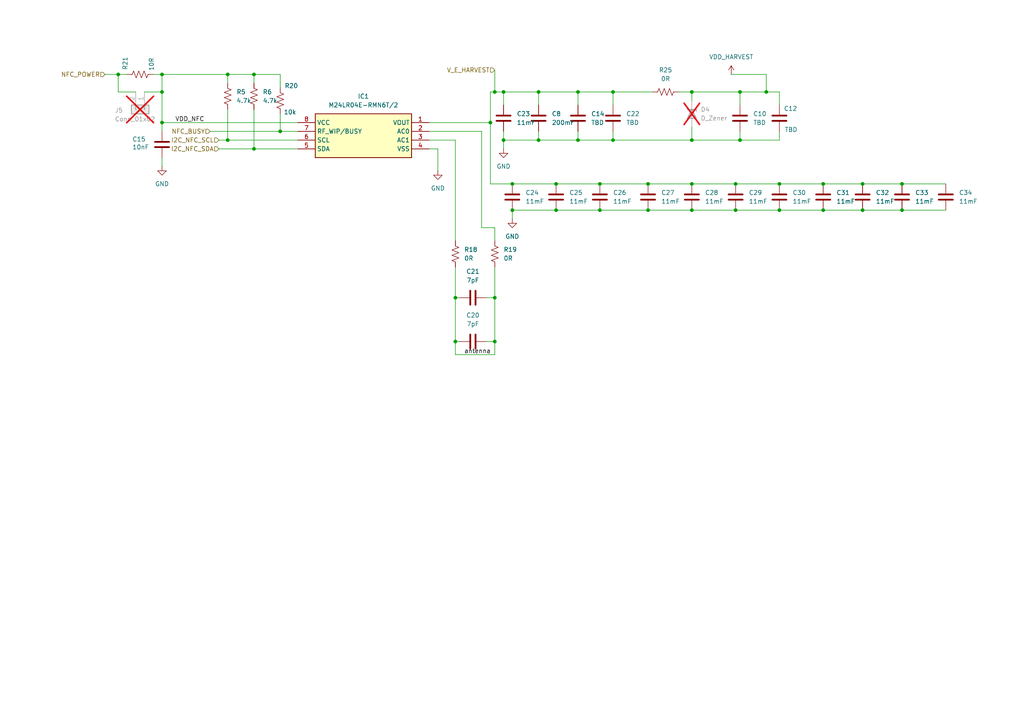
<source format=kicad_sch>
(kicad_sch (version 20231120) (generator "eeschema") (generator_version "8.0")
  (paper "A4")
  (lib_symbols
    (symbol "C_1" (pin_numbers hide) (pin_names (offset 0.254))
      (property "Reference" "C" (at 0.635 2.54 0))
      (property "Value" "C" (at 0.635 -2.54 0))
      (symbol "C_1_0_1"
        (polyline (pts (xy -2.032 -0.762) (xy 2.032 -0.762)) (stroke (width 0.508)))
        (polyline (pts (xy -2.032 0.762) (xy 2.032 0.762)) (stroke (width 0.508)))
      )
      (symbol "C_1_1_1"
        (pin passive line (at 0 3.81 270) (length 2.794) (name "~") (number "1"))
        (pin passive line (at 0 -3.81 90) (length 2.794) (name "~") (number "2"))
      )
    )
    (symbol "Connector_Generic:Conn_01x02" (pin_names (offset 1.016) hide)
      (property "Reference" "J" (at 0 2.54 0))
      (property "Value" "Conn_01x02" (at 0 -5.08 0))
      (symbol "Conn_01x02_1_1"
        (rectangle (start -1.27 -2.413) (end 0 -2.667) (stroke (width 0.1524)))
        (rectangle (start -1.27 0.127) (end 0 -0.127) (stroke (width 0.1524)))
        (rectangle (start -1.27 1.27) (end 1.27 -3.81) (stroke (width 0.254)) (fill (type background)))
        (pin passive line (at -5.08 0 0) (length 3.81) (name "Pin_1") (number "1"))
        (pin passive line (at -5.08 -2.54 0) (length 3.81) (name "Pin_2") (number "2"))
      )
    )
    (symbol "Device:C" (pin_numbers hide) (pin_names (offset 0.254))
      (property "Reference" "C" (at 0.635 2.54 0))
      (property "Value" "C" (at 0.635 -2.54 0))
      (symbol "C_0_1"
        (polyline (pts (xy -2.032 -0.762) (xy 2.032 -0.762)) (stroke (width 0.508)))
        (polyline (pts (xy -2.032 0.762) (xy 2.032 0.762)) (stroke (width 0.508)))
      )
      (symbol "C_1_1"
        (pin passive line (at 0 3.81 270) (length 2.794) (name "~") (number "1"))
        (pin passive line (at 0 -3.81 90) (length 2.794) (name "~") (number "2"))
      )
    )
    (symbol "Device:D_Zener" (pin_numbers hide) (pin_names (offset 1.016) hide)
      (property "Reference" "D" (at 0 2.54 0))
      (property "Value" "D_Zener" (at 0 -2.54 0))
      (symbol "D_Zener_0_1"
        (polyline (pts (xy 1.27 0) (xy -1.27 0)))
        (polyline (pts (xy -1.27 -1.27) (xy -1.27 1.27) (xy -0.762 1.27)) (stroke (width 0.254)))
        (polyline (pts (xy 1.27 -1.27) (xy 1.27 1.27) (xy -1.27 0) (xy 1.27 -1.27)) (stroke (width 0.254)))
      )
      (symbol "D_Zener_1_1"
        (pin passive line (at -3.81 0 0) (length 2.54) (name "K") (number "1"))
        (pin passive line (at 3.81 0 180) (length 2.54) (name "A") (number "2"))
      )
    )
    (symbol "Device:R_US" (pin_numbers hide) (pin_names (offset 0))
      (property "Reference" "R" (at 2.54 0 90))
      (property "Value" "R_US" (at -2.54 0 90))
      (symbol "R_US_0_1"
        (polyline (pts (xy 0 -2.286) (xy 0 -2.54)))
        (polyline (pts (xy 0 2.286) (xy 0 2.54)))
        (polyline (pts (xy 0 -0.762) (xy 1.016 -1.143) (xy 0 -1.524) (xy -1.016 -1.905) (xy 0 -2.286)))
        (polyline (pts (xy 0 0.762) (xy 1.016 0.381) (xy 0 0) (xy -1.016 -0.381) (xy 0 -0.762)))
        (polyline (pts (xy 0 2.286) (xy 1.016 1.905) (xy 0 1.524) (xy -1.016 1.143) (xy 0 0.762)))
      )
      (symbol "R_US_1_1"
        (pin passive line (at 0 3.81 270) (length 1.27) (name "~") (number "1"))
        (pin passive line (at 0 -3.81 90) (length 1.27) (name "~") (number "2"))
      )
    )
    (symbol "SamacSys_Parts:M24LR04E-RDW6T_2"
      (property "Reference" "IC" (at 34.29 7.62 0))
      (property "Value" "M24LR04E-RDW6T_2" (at 34.29 5.08 0))
      (symbol "M24LR04E-RDW6T_2_1_1"
        (rectangle (start 5.08 2.54) (end 33.02 -10.16) (stroke (width 0.254)) (fill (type background)))
        (pin output line (at 0 0 0) (length 5.08) (name "VOUT") (number "1"))
        (pin passive line (at 0 -2.54 0) (length 5.08) (name "AC0") (number "2"))
        (pin passive line (at 0 -5.08 0) (length 5.08) (name "AC1") (number "3"))
        (pin power_in line (at 0 -7.62 0) (length 5.08) (name "VSS") (number "4"))
        (pin passive line (at 38.1 -7.62 180) (length 5.08) (name "SDA") (number "5"))
        (pin passive line (at 38.1 -5.08 180) (length 5.08) (name "SCL") (number "6"))
        (pin passive line (at 38.1 -2.54 180) (length 5.08) (name "RF_WIP/BUSY") (number "7"))
        (pin power_in line (at 38.1 0 180) (length 5.08) (name "VCC") (number "8"))
      )
    )
    (symbol "power:GND" (power) (pin_numbers hide) (pin_names (offset 0) hide)
      (property "Value" "GND" (at 0 -3.81 0))
      (symbol "GND_0_1"
        (polyline (pts (xy 0 0) (xy 0 -1.27) (xy 1.27 -1.27) (xy 0 -2.54) (xy -1.27 -1.27) (xy 0 -1.27)))
      )
      (symbol "GND_1_1"
        (pin power_in line (at 0 0 270) (length 0) (name "~") (number "1"))
      )
    )
    (symbol "power:VCC" (power) (pin_numbers hide) (pin_names (offset 0) hide)
      (property "Value" "VCC" (at 0 3.556 0))
      (symbol "VCC_0_1"
        (polyline (pts (xy -0.762 1.27) (xy 0 2.54)))
        (polyline (pts (xy 0 0) (xy 0 2.54)))
        (polyline (pts (xy 0 2.54) (xy 0.762 1.27)))
      )
      (symbol "VCC_1_1"
        (pin power_in line (at 0 0 90) (length 0) (name "~") (number "1"))
      )
    )
  )
  (junction (at 66.04 21.59))
  (junction (at 132.08 86.36))
  (junction (at 161.29 60.96))
  (junction (at 143.51 26.67))
  (junction (at 156.21 26.67))
  (junction (at 226.06 60.96))
  (junction (at 200.66 26.67))
  (junction (at 238.76 53.34))
  (junction (at 46.99 21.59))
  (junction (at 73.66 21.59))
  (junction (at 73.66 43.18))
  (junction (at 213.36 60.96))
  (junction (at 148.59 60.96))
  (junction (at 187.96 60.96))
  (junction (at 34.29 21.59))
  (junction (at 214.63 26.67))
  (junction (at 173.99 53.34))
  (junction (at 148.59 53.34))
  (junction (at 143.51 86.36))
  (junction (at 132.08 99.06))
  (junction (at 250.19 60.96))
  (junction (at 177.8 40.64))
  (junction (at 161.29 53.34))
  (junction (at 187.96 53.34))
  (junction (at 142.24 35.56))
  (junction (at 46.99 26.67))
  (junction (at 177.8 26.67))
  (junction (at 46.99 35.56))
  (junction (at 200.66 53.34))
  (junction (at 146.05 26.67))
  (junction (at 213.36 53.34))
  (junction (at 238.76 60.96))
  (junction (at 250.19 53.34))
  (junction (at 261.62 60.96))
  (junction (at 146.05 40.64))
  (junction (at 143.51 99.06))
  (junction (at 222.25 26.67))
  (junction (at 167.64 26.67))
  (junction (at 167.64 40.64))
  (junction (at 81.28 38.1))
  (junction (at 261.62 53.34))
  (junction (at 156.21 40.64))
  (junction (at 226.06 53.34))
  (junction (at 66.04 40.64))
  (junction (at 214.63 40.64))
  (junction (at 173.99 60.96))
  (junction (at 200.66 40.64))
  (junction (at 200.66 60.96))
  (wire (pts (xy 132.08 99.06) (xy 133.35 99.06)))
  (wire (pts (xy 146.05 26.67) (xy 156.21 26.67)))
  (wire (pts (xy 177.8 40.64) (xy 200.66 40.64)))
  (wire (pts (xy 250.19 53.34) (xy 261.62 53.34)))
  (wire (pts (xy 46.99 35.56) (xy 46.99 38.1)))
  (wire (pts (xy 124.46 40.64) (xy 132.08 40.64)))
  (wire (pts (xy 214.63 38.1) (xy 214.63 40.64)))
  (wire (pts (xy 73.66 21.59) (xy 73.66 24.13)))
  (wire (pts (xy 46.99 26.67) (xy 46.99 35.56)))
  (wire (pts (xy 214.63 30.48) (xy 214.63 26.67)))
  (wire (pts (xy 132.08 77.47) (xy 132.08 86.36)))
  (wire (pts (xy 226.06 30.48) (xy 226.06 26.67)))
  (wire (pts (xy 142.24 35.56) (xy 142.24 53.34)))
  (wire (pts (xy 132.08 102.87) (xy 143.51 102.87)))
  (wire (pts (xy 139.7 38.1) (xy 139.7 66.04)))
  (wire (pts (xy 66.04 21.59) (xy 46.99 21.59)))
  (wire (pts (xy 148.59 60.96) (xy 161.29 60.96)))
  (wire (pts (xy 140.97 86.36) (xy 143.51 86.36)))
  (wire (pts (xy 34.29 26.67) (xy 34.29 21.59)))
  (wire (pts (xy 214.63 26.67) (xy 222.25 26.67)))
  (wire (pts (xy 200.66 36.83) (xy 200.66 40.64)))
  (wire (pts (xy 66.04 40.64) (xy 86.36 40.64)))
  (wire (pts (xy 146.05 40.64) (xy 146.05 43.18)))
  (wire (pts (xy 238.76 60.96) (xy 250.19 60.96)))
  (wire (pts (xy 143.51 102.87) (xy 143.51 99.06)))
  (wire (pts (xy 81.28 38.1) (xy 86.36 38.1)))
  (wire (pts (xy 156.21 40.64) (xy 167.64 40.64)))
  (wire (pts (xy 139.7 66.04) (xy 143.51 66.04)))
  (wire (pts (xy 161.29 60.96) (xy 173.99 60.96)))
  (wire (pts (xy 213.36 53.34) (xy 226.06 53.34)))
  (wire (pts (xy 143.51 20.32) (xy 143.51 26.67)))
  (wire (pts (xy 66.04 21.59) (xy 73.66 21.59)))
  (wire (pts (xy 81.28 21.59) (xy 81.28 25.4)))
  (wire (pts (xy 143.51 26.67) (xy 146.05 26.67)))
  (wire (pts (xy 46.99 21.59) (xy 46.99 26.67)))
  (wire (pts (xy 173.99 53.34) (xy 187.96 53.34)))
  (wire (pts (xy 200.66 26.67) (xy 200.66 29.21)))
  (wire (pts (xy 167.64 26.67) (xy 177.8 26.67)))
  (wire (pts (xy 46.99 45.72) (xy 46.99 48.26)))
  (wire (pts (xy 177.8 26.67) (xy 177.8 30.48)))
  (wire (pts (xy 132.08 86.36) (xy 132.08 99.06)))
  (wire (pts (xy 187.96 53.34) (xy 200.66 53.34)))
  (wire (pts (xy 46.99 35.56) (xy 86.36 35.56)))
  (wire (pts (xy 200.66 26.67) (xy 214.63 26.67)))
  (wire (pts (xy 127 43.18) (xy 124.46 43.18)))
  (wire (pts (xy 142.24 35.56) (xy 124.46 35.56)))
  (wire (pts (xy 173.99 60.96) (xy 187.96 60.96)))
  (wire (pts (xy 41.91 26.67) (xy 46.99 26.67)))
  (wire (pts (xy 73.66 31.75) (xy 73.66 43.18)))
  (wire (pts (xy 196.85 26.67) (xy 200.66 26.67)))
  (wire (pts (xy 132.08 86.36) (xy 133.35 86.36)))
  (wire (pts (xy 200.66 60.96) (xy 213.36 60.96)))
  (wire (pts (xy 161.29 53.34) (xy 173.99 53.34)))
  (wire (pts (xy 177.8 38.1) (xy 177.8 40.64)))
  (wire (pts (xy 34.29 21.59) (xy 36.83 21.59)))
  (wire (pts (xy 177.8 26.67) (xy 189.23 26.67)))
  (wire (pts (xy 140.97 99.06) (xy 143.51 99.06)))
  (wire (pts (xy 226.06 53.34) (xy 238.76 53.34)))
  (wire (pts (xy 213.36 60.96) (xy 226.06 60.96)))
  (wire (pts (xy 66.04 31.75) (xy 66.04 40.64)))
  (wire (pts (xy 222.25 26.67) (xy 226.06 26.67)))
  (wire (pts (xy 226.06 60.96) (xy 238.76 60.96)))
  (wire (pts (xy 222.25 21.59) (xy 222.25 26.67)))
  (wire (pts (xy 146.05 38.1) (xy 146.05 40.64)))
  (wire (pts (xy 124.46 38.1) (xy 139.7 38.1)))
  (wire (pts (xy 63.5 40.64) (xy 66.04 40.64)))
  (wire (pts (xy 222.25 21.59) (xy 212.09 21.59)))
  (wire (pts (xy 214.63 40.64) (xy 226.06 40.64)))
  (wire (pts (xy 30.48 21.59) (xy 34.29 21.59)))
  (wire (pts (xy 132.08 99.06) (xy 132.08 102.87)))
  (wire (pts (xy 146.05 26.67) (xy 146.05 30.48)))
  (wire (pts (xy 142.24 26.67) (xy 143.51 26.67)))
  (wire (pts (xy 167.64 38.1) (xy 167.64 40.64)))
  (wire (pts (xy 250.19 60.96) (xy 261.62 60.96)))
  (wire (pts (xy 226.06 40.64) (xy 226.06 38.1)))
  (wire (pts (xy 143.51 77.47) (xy 143.51 86.36)))
  (wire (pts (xy 238.76 53.34) (xy 250.19 53.34)))
  (wire (pts (xy 187.96 60.96) (xy 200.66 60.96)))
  (wire (pts (xy 148.59 60.96) (xy 148.59 63.5)))
  (wire (pts (xy 127 49.53) (xy 127 43.18)))
  (wire (pts (xy 66.04 21.59) (xy 66.04 24.13)))
  (wire (pts (xy 167.64 40.64) (xy 177.8 40.64)))
  (wire (pts (xy 200.66 40.64) (xy 214.63 40.64)))
  (wire (pts (xy 261.62 53.34) (xy 274.32 53.34)))
  (wire (pts (xy 60.96 38.1) (xy 81.28 38.1)))
  (wire (pts (xy 167.64 30.48) (xy 167.64 26.67)))
  (wire (pts (xy 81.28 33.02) (xy 81.28 38.1)))
  (wire (pts (xy 148.59 53.34) (xy 161.29 53.34)))
  (wire (pts (xy 132.08 40.64) (xy 132.08 69.85)))
  (wire (pts (xy 142.24 53.34) (xy 148.59 53.34)))
  (wire (pts (xy 81.28 21.59) (xy 73.66 21.59)))
  (wire (pts (xy 143.51 99.06) (xy 143.51 86.36)))
  (wire (pts (xy 142.24 26.67) (xy 142.24 35.56)))
  (wire (pts (xy 156.21 26.67) (xy 156.21 30.48)))
  (wire (pts (xy 73.66 43.18) (xy 86.36 43.18)))
  (wire (pts (xy 44.45 21.59) (xy 46.99 21.59)))
  (wire (pts (xy 39.37 26.67) (xy 34.29 26.67)))
  (wire (pts (xy 156.21 38.1) (xy 156.21 40.64)))
  (wire (pts (xy 156.21 26.67) (xy 167.64 26.67)))
  (wire (pts (xy 63.5 43.18) (xy 73.66 43.18)))
  (wire (pts (xy 146.05 40.64) (xy 156.21 40.64)))
  (wire (pts (xy 200.66 53.34) (xy 213.36 53.34)))
  (wire (pts (xy 143.51 66.04) (xy 143.51 69.85)))
  (wire (pts (xy 261.62 60.96) (xy 274.32 60.96)))
  (label "antenna" (at 134.62 102.87 0))
  (label "VDD_NFC" (at 50.8 35.56 0))
  (hierarchical_label "V_E_HARVEST" (shape input) (at 143.51 20.32 180))
  (hierarchical_label "NFC_POWER" (shape input) (at 30.48 21.59 180))
  (hierarchical_label "I2C_NFC_SDA" (shape input) (at 63.5 43.18 180))
  (hierarchical_label "NFC_BUSY" (shape input) (at 60.96 38.1 180))
  (hierarchical_label "I2C_NFC_SCL" (shape input) (at 63.5 40.64 180))
  (symbol (lib_id "Device:C") (at 213.36 57.15 0) (unit 1)
    (property "Reference" "C29" (at 217.17 55.8799 0) (effects (justify left)))
    (property "Value" "11mF" (at 217.17 58.4199 0) (effects (justify left)))
    (property "Footprint" "SamacSys_Parts:CPH3225A" (effects (hide yes)))
    (property "Description" "Unpolarized capacitor" (effects (hide yes)))
    (property "Digikey Part Number" "CPH3225A" (effects (hide yes)))
  )
  (symbol (lib_id "Device:C") (at 173.99 57.15 0) (unit 1)
    (property "Reference" "C26" (at 177.8 55.8799 0) (effects (justify left)))
    (property "Value" "11mF" (at 177.8 58.4199 0) (effects (justify left)))
    (property "Footprint" "SamacSys_Parts:CPH3225A" (effects (hide yes)))
    (property "Description" "Unpolarized capacitor" (effects (hide yes)))
    (property "Digikey Part Number" "CPH3225A" (effects (hide yes)))
  )
  (symbol (lib_id "Device:C") (at 226.06 34.29 0) (unit 1)
    (property "Reference" "C12" (at 227.33 31.496 0) (effects (justify left)))
    (property "Value" "TBD" (at 227.584 37.592 0) (effects (justify left)))
    (property "Footprint" "Capacitor_SMD:C_0603_1608Metric_Pad1.08x0.95mm_HandSolder" (effects (hide yes)))
    (property "Description" "Unpolarized capacitor" (effects (hide yes)))
  )
  (symbol (lib_id "Device:C") (at 46.99 41.91 0) (unit 1)
    (property "Reference" "C15" (at 38.354 40.386 0) (effects (justify left)))
    (property "Value" "10nF" (at 38.354 42.672 0) (effects (justify left)))
    (property "Footprint" "Capacitor_SMD:C_0603_1608Metric_Pad1.08x0.95mm_HandSolder" (effects (hide yes)))
    (property "Description" "Unpolarized capacitor" (effects (hide yes)))
    (property "MANUFACTURER PART NUMBER" "C0603C102K5RACTU" (effects (hide yes)))
    (property "Digikey Part Number" "399-C0603C102K5RACTUTR-ND" (effects (hide yes)))
  )
  (symbol (lib_name "C_1") (lib_id "Device:C") (at 177.8 34.29 0) (unit 1)
    (property "Reference" "C22" (at 181.61 33.0199 0) (effects (justify left)))
    (property "Value" "TBD" (at 181.61 35.5599 0) (effects (justify left)))
    (property "Footprint" "parts-lib:C_2917" (effects (hide yes)))
    (property "Description" "Unpolarized capacitor" (effects (hide yes)))
  )
  (symbol (lib_id "Device:C") (at 250.19 57.15 0) (unit 1)
    (property "Reference" "C32" (at 254 55.8799 0) (effects (justify left)))
    (property "Value" "11mF" (at 254 58.4199 0) (effects (justify left)))
    (property "Footprint" "SamacSys_Parts:CPH3225A" (effects (hide yes)))
    (property "Description" "Unpolarized capacitor" (effects (hide yes)))
    (property "Digikey Part Number" "CPH3225A" (effects (hide yes)))
  )
  (symbol (lib_id "Device:R_US") (at 66.04 27.94 0) (unit 1)
    (property "Reference" "R5" (at 68.58 26.6699 0) (effects (justify left)))
    (property "Value" "4.7k" (at 68.58 29.2099 0) (effects (justify left)))
    (property "Footprint" "Resistor_SMD:R_0603_1608Metric_Pad0.98x0.95mm_HandSolder" (effects (hide yes)))
    (property "Description" "Resistor, US symbol" (effects (hide yes)))
    (property "Part Number" "ERJ-3EKF4701V" (effects (hide yes)))
    (property "MANUFACTURER PART NUMBER" "ERJ-3EKF4701V" (effects (hide yes)))
  )
  (symbol (lib_id "Device:R_US") (at 193.04 26.67 90) (unit 1)
    (property "Reference" "R25" (at 193.04 20.32 90))
    (property "Value" "0R" (at 193.04 22.86 90))
    (property "Footprint" "Resistor_SMD:R_0603_1608Metric_Pad0.98x0.95mm_HandSolder" (effects (hide yes)))
    (property "Datasheet" "https://www.vishay.com/docs/20035/dcrcwe3.pdf" (effects (hide yes)))
    (property "Description" "Resistor, US symbol" (effects (hide yes)))
    (property "MANUFACTURER PART NUMBER" "CRCW0603590RFKEA" (effects (hide yes)))
    (property "Digikey Part Number" "541-590HTR-ND" (effects (hide yes)))
  )
  (symbol (lib_name "C_1") (lib_id "Device:C") (at 137.16 86.36 90) (unit 1)
    (property "Reference" "C21" (at 137.16 78.74 90))
    (property "Value" "7pF" (at 137.16 81.28 90))
    (property "Footprint" "Capacitor_SMD:C_0603_1608Metric_Pad1.08x0.95mm_HandSolder" (effects (hide yes)))
    (property "Description" "Unpolarized capacitor" (effects (hide yes)))
    (property "MANUFACTURER PART NUMBER" "GRM0335C1E7R0CA01D" (effects (hide yes)))
    (property "Digikey Part Number" "490-13324-2-ND" (effects (hide yes)))
  )
  (symbol (lib_id "Device:C") (at 161.29 57.15 0) (unit 1)
    (property "Reference" "C25" (at 165.1 55.8799 0) (effects (justify left)))
    (property "Value" "11mF" (at 165.1 58.4199 0) (effects (justify left)))
    (property "Footprint" "SamacSys_Parts:CPH3225A" (effects (hide yes)))
    (property "Description" "Unpolarized capacitor" (effects (hide yes)))
    (property "Digikey Part Number" "CPH3225A" (effects (hide yes)))
  )
  (symbol (lib_id "Device:R_US") (at 132.08 73.66 180) (unit 1)
    (property "Reference" "R18" (at 134.62 72.3899 0) (effects (justify right)))
    (property "Value" "0R" (at 134.62 74.9299 0) (effects (justify right)))
    (property "Footprint" "Resistor_SMD:R_0603_1608Metric_Pad0.98x0.95mm_HandSolder" (effects (hide yes)))
    (property "Datasheet" "https://www.vishay.com/docs/20035/dcrcwe3.pdf" (effects (hide yes)))
    (property "Description" "Resistor, US symbol" (effects (hide yes)))
    (property "MANUFACTURER PART NUMBER" "CRCW0603590RFKEA" (effects (hide yes)))
    (property "Digikey Part Number" "541-590HTR-ND" (effects (hide yes)))
  )
  (symbol (lib_id "Device:R_US") (at 40.64 21.59 90) (unit 1)
    (property "Reference" "R21" (at 36.322 20.32 0) (effects (justify left)))
    (property "Value" "10R" (at 43.942 20.574 0) (effects (justify left)))
    (property "Footprint" "Resistor_SMD:R_0603_1608Metric_Pad0.98x0.95mm_HandSolder" (effects (hide yes)))
    (property "Datasheet" "https://www.niccomp.com/quickbuilder/qbpn.php?pNumber=NRC06J100TRF" (effects (hide yes)))
    (property "Description" "Resistor, US symbol" (effects (hide yes)))
    (property "MANUFACTURER PART NUMBER" "NRC06J100TRF" (effects (hide yes)))
  )
  (symbol (lib_id "Device:C") (at 261.62 57.15 0) (unit 1)
    (property "Reference" "C33" (at 265.43 55.8799 0) (effects (justify left)))
    (property "Value" "11mF" (at 265.43 58.4199 0) (effects (justify left)))
    (property "Footprint" "SamacSys_Parts:CPH3225A" (effects (hide yes)))
    (property "Description" "Unpolarized capacitor" (effects (hide yes)))
    (property "Digikey Part Number" "CPH3225A" (effects (hide yes)))
  )
  (symbol (lib_id "SamacSys_Parts:M24LR04E-RDW6T_2") (at 124.46 35.56 0) (mirror y) (unit 1)
    (property "Reference" "IC1" (at 105.41 27.94 0))
    (property "Value" "M24LR04E-RMN6T/2" (at 105.41 30.48 0))
    (property "Footprint" "Package_SO:SO-8_3.9x4.9mm_P1.27mm" (effects (hide yes)))
    (property "Datasheet" "http://www.st.com/web/en/resource/technical/document/datasheet/DM00038059.pdf" (effects (hide yes)))
    (property "Height" "1.2" (effects (hide yes)))
    (property "Mouser Part Number" "511-M24LR04E-RDW6T/2" (effects (hide yes)))
    (property "Mouser Price/Stock" "https://www.mouser.co.uk/ProductDetail/STMicroelectronics/M24LR04E-RDW6T-2?qs=pqHpkKcI5TT6ckyo%2FD02Hg%3D%3D" (effects (hide yes)))
    (property "Manufacturer_Name" "STMicroelectronics" (effects (hide yes)))
    (property "Manufacturer_Part_Number" "M24LR04E-RDW6T/2" (effects (hide yes)))
    (property "MANUFACTURER PART NUMBER" "M24LR04E-RDW6T/2" (effects (hide yes)))
    (property "Digikey Part Number" "497-12879-2-ND" (effects (hide yes)))
  )
  (symbol (lib_id "Device:C") (at 148.59 57.15 0) (unit 1)
    (property "Reference" "C24" (at 152.4 55.8799 0) (effects (justify left)))
    (property "Value" "11mF" (at 152.4 58.4199 0) (effects (justify left)))
    (property "Footprint" "SamacSys_Parts:CPH3225A" (effects (hide yes)))
    (property "Description" "Unpolarized capacitor" (effects (hide yes)))
    (property "Digikey Part Number" "CPH3225A" (effects (hide yes)))
  )
  (symbol (lib_id "power:GND") (at 148.59 63.5 0) (unit 1)
    (property "Reference" "#PWR011" (effects (hide yes)))
    (property "Value" "GND" (at 148.59 68.58 0))
    (property "Description" "Power symbol creates a global label with name \"GND\" , ground" (effects (hide yes)))
  )
  (symbol (lib_name "C_1") (lib_id "Device:C") (at 167.64 34.29 0) (unit 1)
    (property "Reference" "C14" (at 171.45 33.0199 0) (effects (justify left)))
    (property "Value" "TBD" (at 171.45 35.5599 0) (effects (justify left)))
    (property "Footprint" "parts-lib:C_2917" (effects (hide yes)))
    (property "Description" "Unpolarized capacitor" (effects (hide yes)))
  )
  (symbol (lib_id "power:GND") (at 46.99 48.26 0) (unit 1)
    (property "Reference" "#PWR019" (effects (hide yes)))
    (property "Value" "GND" (at 46.99 53.34 0))
    (property "Description" "Power symbol creates a global label with name \"GND\" , ground" (effects (hide yes)))
  )
  (symbol (lib_id "Connector_Generic:Conn_01x02") (at 41.91 31.75 270) (unit 1) (dnp yes)
    (property "Reference" "J5" (at 33.274 32.004 90) (effects (justify left)))
    (property "Value" "Conn_01x02" (at 33.274 34.544 90) (effects (justify left)))
    (property "Footprint" "Connector_PinHeader_2.54mm:PinHeader_1x02_P2.54mm_Vertical" (effects (hide yes)))
    (property "Description" "Generic connector, single row, 01x02, script generated (kicad-library-utils/schlib/autogen/connector/)" (effects (hide yes)))
  )
  (symbol (lib_id "Device:C") (at 156.21 34.29 0) (unit 1)
    (property "Reference" "C8" (at 160.02 33.0199 0) (effects (justify left)))
    (property "Value" "200mF" (at 160.02 35.5599 0) (effects (justify left)))
    (property "Footprint" "SamacSys_Parts:RSCSK2043R3D01004T" (effects (hide yes)))
    (property "Description" "Unpolarized capacitor" (effects (hide yes)))
    (property "Digikey Part Number" "SCSK2043R3D01004T" (effects (hide yes)))
  )
  (symbol (lib_id "power:GND") (at 127 49.53 0) (unit 1)
    (property "Reference" "#PWR06" (effects (hide yes)))
    (property "Value" "GND" (at 127 54.61 0))
    (property "Description" "Power symbol creates a global label with name \"GND\" , ground" (effects (hide yes)))
  )
  (symbol (lib_id "Device:C") (at 226.06 57.15 0) (unit 1)
    (property "Reference" "C30" (at 229.87 55.8799 0) (effects (justify left)))
    (property "Value" "11mF" (at 229.87 58.4199 0) (effects (justify left)))
    (property "Footprint" "SamacSys_Parts:CPH3225A" (effects (hide yes)))
    (property "Description" "Unpolarized capacitor" (effects (hide yes)))
    (property "Digikey Part Number" "CPH3225A" (effects (hide yes)))
  )
  (symbol (lib_id "Device:R_US") (at 81.28 29.21 0) (unit 1)
    (property "Reference" "R20" (at 82.55 24.892 0) (effects (justify left)))
    (property "Value" "10k" (at 82.296 32.512 0) (effects (justify left)))
    (property "Footprint" "Resistor_SMD:R_0603_1608Metric_Pad0.98x0.95mm_HandSolder" (effects (hide yes)))
    (property "Description" "Resistor, US symbol" (effects (hide yes)))
    (property "MANUFACTURER PART NUMBER" "RC0603FR-0710KL" (effects (hide yes)))
    (property "Digikey Part Number" "311-10.0KHRTR-ND" (effects (hide yes)))
  )
  (symbol (lib_id "Device:C") (at 187.96 57.15 0) (unit 1)
    (property "Reference" "C27" (at 191.77 55.8799 0) (effects (justify left)))
    (property "Value" "11mF" (at 191.77 58.4199 0) (effects (justify left)))
    (property "Footprint" "SamacSys_Parts:CPH3225A" (effects (hide yes)))
    (property "Description" "Unpolarized capacitor" (effects (hide yes)))
    (property "Digikey Part Number" "CPH3225A" (effects (hide yes)))
  )
  (symbol (lib_id "Device:D_Zener") (at 200.66 33.02 270) (unit 1) (dnp yes)
    (property "Reference" "D4" (at 203.2 31.7499 90) (effects (justify left)))
    (property "Value" "D_Zener" (at 203.2 34.2899 90) (effects (justify left)))
    (property "Footprint" "Diode_SMD:D_SOD-123" (effects (hide yes)))
    (property "Datasheet" "https://www.onsemi.com/pdf/datasheet/mmsz4678t1-d.pdf" (effects (hide yes)))
    (property "Description" "Zener diode" (effects (hide yes)))
    (property "MANUFACTURER PART NUMBER" "MMSZ4684T1G" (effects (hide yes)))
    (property "Digikey Part Number" "MMSZ4684T1GOSTR-ND" (effects (hide yes)))
  )
  (symbol (lib_name "C_1") (lib_id "Device:C") (at 137.16 99.06 90) (unit 1)
    (property "Reference" "C20" (at 137.16 91.44 90))
    (property "Value" "7pF" (at 137.16 93.98 90))
    (property "Footprint" "Capacitor_SMD:C_0603_1608Metric_Pad1.08x0.95mm_HandSolder" (effects (hide yes)))
    (property "Description" "Unpolarized capacitor" (effects (hide yes)))
    (property "MANUFACTURER PART NUMBER" "GRM0335C1E7R0CA01D" (effects (hide yes)))
    (property "Digikey Part Number" "490-13324-2-ND" (effects (hide yes)))
  )
  (symbol (lib_id "Device:R_US") (at 73.66 27.94 0) (unit 1)
    (property "Reference" "R6" (at 76.2 26.6699 0) (effects (justify left)))
    (property "Value" "4.7k" (at 76.2 29.2099 0) (effects (justify left)))
    (property "Footprint" "Resistor_SMD:R_0603_1608Metric_Pad0.98x0.95mm_HandSolder" (effects (hide yes)))
    (property "Description" "Resistor, US symbol" (effects (hide yes)))
    (property "Part Number" "ERJ-3EKF4701V" (effects (hide yes)))
    (property "MANUFACTURER PART NUMBER" "ERJ-3EKF4701V" (effects (hide yes)))
  )
  (symbol (lib_id "Device:C") (at 274.32 57.15 0) (unit 1)
    (property "Reference" "C34" (at 278.13 55.8799 0) (effects (justify left)))
    (property "Value" "11mF" (at 278.13 58.4199 0) (effects (justify left)))
    (property "Footprint" "SamacSys_Parts:CPH3225A" (effects (hide yes)))
    (property "Description" "Unpolarized capacitor" (effects (hide yes)))
    (property "Digikey Part Number" "CPH3225A" (effects (hide yes)))
  )
  (symbol (lib_id "power:VCC") (at 212.09 21.59 0) (unit 1)
    (property "Reference" "#PWR010" (effects (hide yes)))
    (property "Value" "VDD_HARVEST" (at 212.09 16.51 0))
    (property "Description" "Power symbol creates a global label with name \"VCC\"" (effects (hide yes)))
  )
  (symbol (lib_id "power:GND") (at 146.05 43.18 0) (unit 1)
    (property "Reference" "#PWR018" (effects (hide yes)))
    (property "Value" "GND" (at 146.05 48.26 0))
    (property "Description" "Power symbol creates a global label with name \"GND\" , ground" (effects (hide yes)))
  )
  (symbol (lib_id "Device:C") (at 146.05 34.29 0) (unit 1)
    (property "Reference" "C23" (at 149.86 33.0199 0) (effects (justify left)))
    (property "Value" "11mF" (at 149.86 35.5599 0) (effects (justify left)))
    (property "Footprint" "SamacSys_Parts:CPH3225A" (effects (hide yes)))
    (property "Description" "Unpolarized capacitor" (effects (hide yes)))
    (property "Digikey Part Number" "CPH3225A" (effects (hide yes)))
  )
  (symbol (lib_id "Device:C") (at 200.66 57.15 0) (unit 1)
    (property "Reference" "C28" (at 204.47 55.8799 0) (effects (justify left)))
    (property "Value" "11mF" (at 204.47 58.4199 0) (effects (justify left)))
    (property "Footprint" "SamacSys_Parts:CPH3225A" (effects (hide yes)))
    (property "Description" "Unpolarized capacitor" (effects (hide yes)))
    (property "Digikey Part Number" "CPH3225A" (effects (hide yes)))
  )
  (symbol (lib_id "Device:C") (at 214.63 34.29 0) (unit 1)
    (property "Reference" "C10" (at 218.44 33.0199 0) (effects (justify left)))
    (property "Value" "TBD" (at 218.44 35.5599 0) (effects (justify left)))
    (property "Footprint" "Capacitor_SMD:C_0603_1608Metric_Pad1.08x0.95mm_HandSolder" (effects (hide yes)))
    (property "Description" "Unpolarized capacitor" (effects (hide yes)))
  )
  (symbol (lib_id "Device:R_US") (at 143.51 73.66 180) (unit 1)
    (property "Reference" "R19" (at 146.05 72.3899 0) (effects (justify right)))
    (property "Value" "0R" (at 146.05 74.9299 0) (effects (justify right)))
    (property "Footprint" "Resistor_SMD:R_0603_1608Metric_Pad0.98x0.95mm_HandSolder" (effects (hide yes)))
    (property "Datasheet" "https://www.vishay.com/docs/20035/dcrcwe3.pdf" (effects (hide yes)))
    (property "Description" "Resistor, US symbol" (effects (hide yes)))
    (property "MANUFACTURER PART NUMBER" "CRCW0603590RFKEA" (effects (hide yes)))
    (property "Digikey Part Number" "541-590HTR-ND" (effects (hide yes)))
  )
  (symbol (lib_id "Device:C") (at 238.76 57.15 0) (unit 1)
    (property "Reference" "C31" (at 242.57 55.8799 0) (effects (justify left)))
    (property "Value" "11mF" (at 242.57 58.4199 0) (effects (justify left)))
    (property "Footprint" "SamacSys_Parts:CPH3225A" (effects (hide yes)))
    (property "Description" "Unpolarized capacitor" (effects (hide yes)))
    (property "Digikey Part Number" "CPH3225A" (effects (hide yes)))
  )
)
</source>
